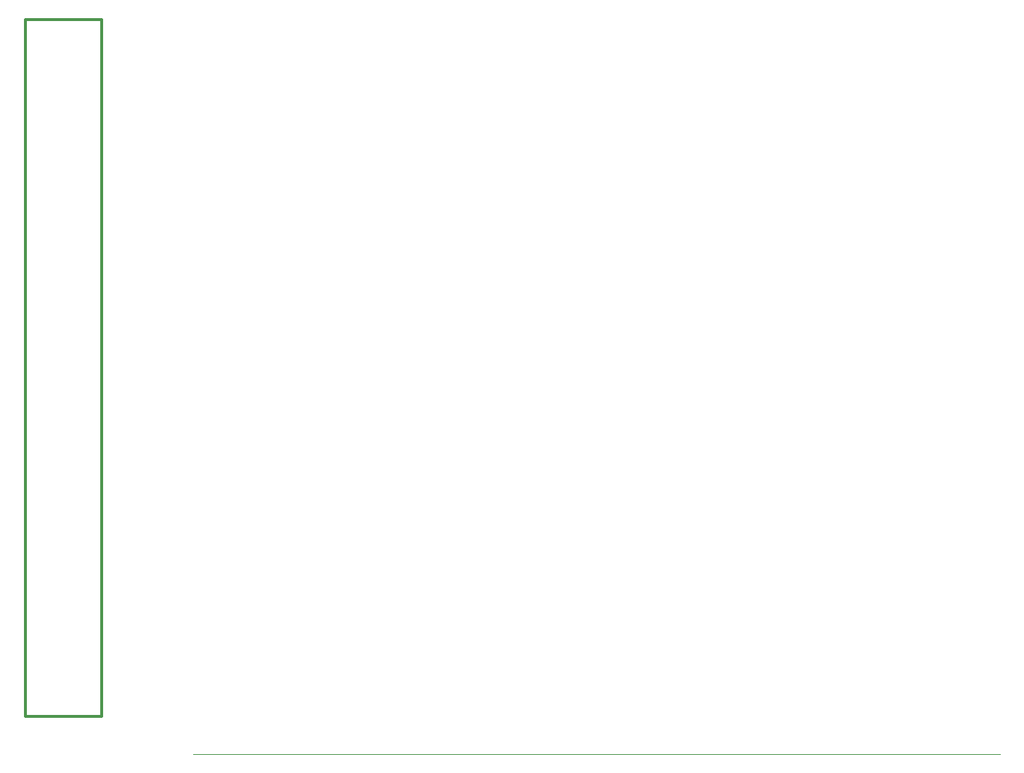
<source format=gbr>
%TF.GenerationSoftware,KiCad,Pcbnew,(5.1.12)-1*%
%TF.CreationDate,2022-05-03T20:15:27+02:00*%
%TF.ProjectId,ec1834-post,65633138-3334-42d7-906f-73742e6b6963,2*%
%TF.SameCoordinates,Original*%
%TF.FileFunction,OtherDrawing,Comment*%
%FSLAX46Y46*%
G04 Gerber Fmt 4.6, Leading zero omitted, Abs format (unit mm)*
G04 Created by KiCad (PCBNEW (5.1.12)-1) date 2022-05-03 20:15:27*
%MOMM*%
%LPD*%
G01*
G04 APERTURE LIST*
%ADD10C,0.080000*%
%ADD11C,0.304800*%
G04 APERTURE END LIST*
D10*
%TO.C,J0*%
X164094000Y-153001000D02*
X70094000Y-153001000D01*
D11*
%TO.C,J1*%
X50546000Y-148590000D02*
X50546000Y-67310000D01*
X50546000Y-67310000D02*
X59436000Y-67310000D01*
X59436000Y-67310000D02*
X59436000Y-148590000D01*
X59436000Y-148590000D02*
X50546000Y-148590000D01*
%TD*%
M02*

</source>
